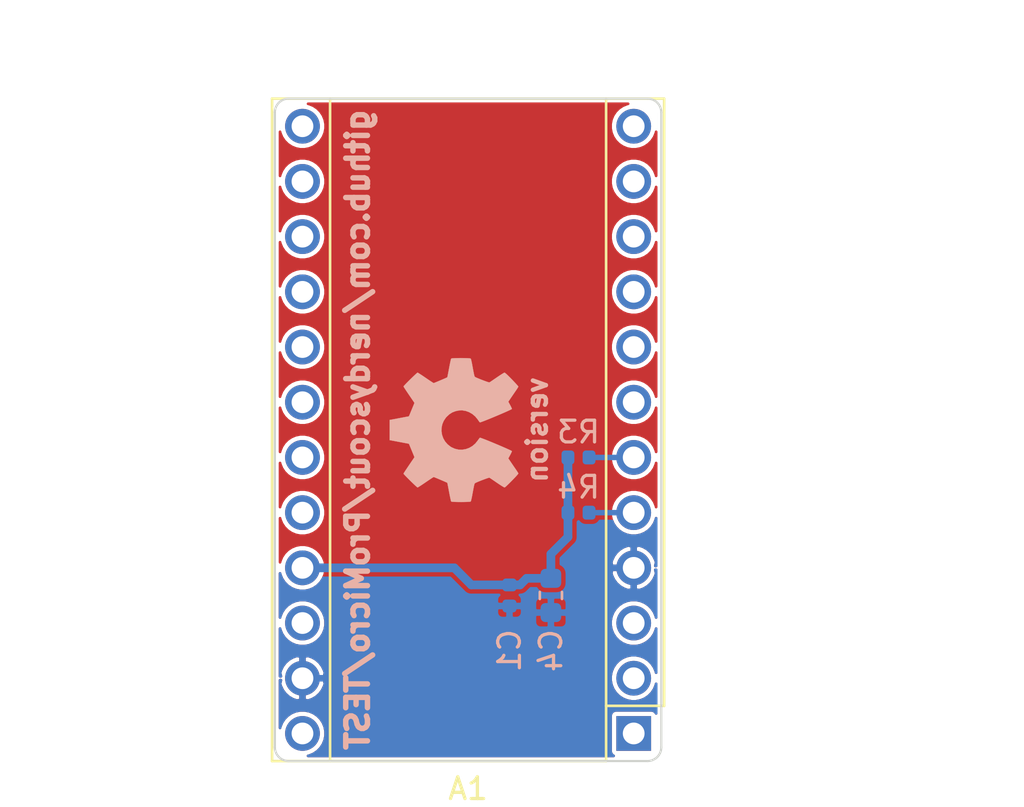
<source format=kicad_pcb>
(kicad_pcb (version 20171130) (host pcbnew 5.1.5)

  (general
    (thickness 0.8)
    (drawings 62)
    (tracks 12)
    (zones 0)
    (modules 6)
    (nets 5)
  )

  (page A4)
  (title_block
    (title ProMicro_TEST)
    (date 2020-07-12)
    (rev v1.0)
  )

  (layers
    (0 F.Cu mixed)
    (31 B.Cu mixed)
    (32 B.Adhes user)
    (33 F.Adhes user)
    (34 B.Paste user)
    (35 F.Paste user)
    (36 B.SilkS user)
    (37 F.SilkS user)
    (38 B.Mask user)
    (39 F.Mask user)
    (40 Dwgs.User user)
    (41 Cmts.User user)
    (42 Eco1.User user)
    (43 Eco2.User user)
    (44 Edge.Cuts user)
    (45 Margin user)
    (46 B.CrtYd user)
    (47 F.CrtYd user)
    (48 B.Fab user)
    (49 F.Fab user)
  )

  (setup
    (last_trace_width 0.25)
    (user_trace_width 0.1)
    (user_trace_width 0.2)
    (user_trace_width 0.25)
    (user_trace_width 0.4)
    (trace_clearance 0.2)
    (zone_clearance 0.125)
    (zone_45_only no)
    (trace_min 0.1)
    (via_size 0.5)
    (via_drill 0.2)
    (via_min_size 0.45)
    (via_min_drill 0.2)
    (user_via 0.45 0.2)
    (user_via 0.5 0.2)
    (user_via 0.6 0.3)
    (uvia_size 0.3)
    (uvia_drill 0.1)
    (uvias_allowed no)
    (uvia_min_size 0.2)
    (uvia_min_drill 0.1)
    (edge_width 0.05)
    (segment_width 0.2)
    (pcb_text_width 0.3)
    (pcb_text_size 1.5 1.5)
    (mod_edge_width 0.12)
    (mod_text_size 1 1)
    (mod_text_width 0.15)
    (pad_size 1.524 1.524)
    (pad_drill 0.762)
    (pad_to_mask_clearance 0)
    (aux_axis_origin 152.4 114.3)
    (grid_origin 152.4 114.3)
    (visible_elements FFFFFF7F)
    (pcbplotparams
      (layerselection 0x010fc_ffffffff)
      (usegerberextensions false)
      (usegerberattributes false)
      (usegerberadvancedattributes false)
      (creategerberjobfile false)
      (excludeedgelayer true)
      (linewidth 0.100000)
      (plotframeref false)
      (viasonmask false)
      (mode 1)
      (useauxorigin false)
      (hpglpennumber 1)
      (hpglpenspeed 20)
      (hpglpendiameter 15.000000)
      (psnegative false)
      (psa4output false)
      (plotreference true)
      (plotvalue true)
      (plotinvisibletext false)
      (padsonsilk false)
      (subtractmaskfromsilk false)
      (outputformat 1)
      (mirror false)
      (drillshape 1)
      (scaleselection 1)
      (outputdirectory ""))
  )

  (net 0 "")
  (net 1 GND)
  (net 2 +3V3)
  (net 3 SCL)
  (net 4 SDA)

  (net_class Default "This is the default net class."
    (clearance 0.2)
    (trace_width 0.25)
    (via_dia 0.5)
    (via_drill 0.2)
    (uvia_dia 0.3)
    (uvia_drill 0.1)
    (add_net SCL)
    (add_net SDA)
  )

  (net_class Power ""
    (clearance 0.2)
    (trace_width 0.4)
    (via_dia 0.6)
    (via_drill 0.3)
    (uvia_dia 0.3)
    (uvia_drill 0.1)
    (add_net +3V3)
    (add_net GND)
  )

  (net_class small ""
    (clearance 0.2)
    (trace_width 0.2)
    (via_dia 0.5)
    (via_drill 0.2)
    (uvia_dia 0.3)
    (uvia_drill 0.1)
  )

  (net_class tiny ""
    (clearance 0.1)
    (trace_width 0.1)
    (via_dia 0.45)
    (via_drill 0.2)
    (uvia_dia 0.3)
    (uvia_drill 0.1)
  )

  (module Module:Sparkfun_Pro_Micro (layer F.Cu) (tedit 5D5AC4F8) (tstamp 5F2FAF60)
    (at 152.4 114.3 180)
    (descr "Sparkfun Pro Micro, https://www.sparkfun.com/products/12587")
    (tags "Sparkfun Pro Micro")
    (path /5F266A14)
    (fp_text reference A1 (at 7.62 -2.54) (layer F.SilkS)
      (effects (font (size 1 1) (thickness 0.15)))
    )
    (fp_text value Sparkfun_Pro_Micro_3V3 (at 8.89 13.97 90) (layer F.Fab)
      (effects (font (size 1 1) (thickness 0.15)))
    )
    (fp_text user %R (at 6.096 13.97 90) (layer F.Fab)
      (effects (font (size 1 1) (thickness 0.15)))
    )
    (fp_line (start -1.4 1.27) (end -1.4 29.21) (layer F.SilkS) (width 0.12))
    (fp_line (start 13.97 -1.27) (end 13.97 29.21) (layer F.SilkS) (width 0.12))
    (fp_line (start 1.27 1.27) (end -1.4 1.27) (layer F.SilkS) (width 0.12))
    (fp_line (start 1.27 -1.27) (end 1.27 29.21) (layer F.SilkS) (width 0.12))
    (fp_line (start -1.4 29.21) (end 16.64 29.21) (layer F.SilkS) (width 0.12))
    (fp_line (start 16.64 29.21) (end 16.64 -1.27) (layer F.SilkS) (width 0.12))
    (fp_line (start 16.64 -1.27) (end 1.27 -1.27) (layer F.SilkS) (width 0.12))
    (fp_line (start 16.5 29.05) (end -1.27 29.05) (layer F.Fab) (width 0.1))
    (fp_line (start -1.27 29.05) (end -1.27 -0.6) (layer F.Fab) (width 0.1))
    (fp_line (start -0.8 -1.1) (end -1.27 -0.6) (layer F.Fab) (width 0.1))
    (fp_line (start -0.8 -1.1) (end 16.5 -1.1) (layer F.Fab) (width 0.1))
    (fp_line (start 16.5 -1.1) (end 16.5 29.05) (layer F.Fab) (width 0.1))
    (fp_line (start -1.5 -1.5) (end 16.8 -1.5) (layer F.CrtYd) (width 0.05))
    (fp_line (start -1.5 -1.5) (end -1.5 29.3) (layer F.CrtYd) (width 0.05))
    (fp_line (start 16.8 29.3) (end 16.8 -1.5) (layer F.CrtYd) (width 0.05))
    (fp_line (start 16.8 29.3) (end -1.5 29.3) (layer F.CrtYd) (width 0.05))
    (pad 24 thru_hole oval (at 15.24 0 180) (size 1.6 1.6) (drill 1) (layers *.Cu *.Mask))
    (pad 23 thru_hole oval (at 15.24 2.54 180) (size 1.6 1.6) (drill 1) (layers *.Cu *.Mask)
      (net 1 GND))
    (pad 22 thru_hole oval (at 15.24 5.08 180) (size 1.6 1.6) (drill 1) (layers *.Cu *.Mask))
    (pad 12 thru_hole oval (at 0 27.94 180) (size 1.6 1.6) (drill 1) (layers *.Cu *.Mask))
    (pad 21 thru_hole oval (at 15.24 7.62 180) (size 1.6 1.6) (drill 1) (layers *.Cu *.Mask)
      (net 2 +3V3))
    (pad 11 thru_hole oval (at 0 25.4 180) (size 1.6 1.6) (drill 1) (layers *.Cu *.Mask))
    (pad 20 thru_hole oval (at 15.24 10.16 180) (size 1.6 1.6) (drill 1) (layers *.Cu *.Mask))
    (pad 10 thru_hole oval (at 0 22.86 180) (size 1.6 1.6) (drill 1) (layers *.Cu *.Mask))
    (pad 19 thru_hole oval (at 15.24 12.7 180) (size 1.6 1.6) (drill 1) (layers *.Cu *.Mask))
    (pad 9 thru_hole oval (at 0 20.32 180) (size 1.6 1.6) (drill 1) (layers *.Cu *.Mask))
    (pad 18 thru_hole oval (at 15.24 15.24 180) (size 1.6 1.6) (drill 1) (layers *.Cu *.Mask))
    (pad 8 thru_hole oval (at 0 17.78 180) (size 1.6 1.6) (drill 1) (layers *.Cu *.Mask))
    (pad 17 thru_hole oval (at 15.24 17.78 180) (size 1.6 1.6) (drill 1) (layers *.Cu *.Mask))
    (pad 7 thru_hole oval (at 0 15.24 180) (size 1.6 1.6) (drill 1) (layers *.Cu *.Mask))
    (pad 16 thru_hole oval (at 15.24 20.32 180) (size 1.6 1.6) (drill 1) (layers *.Cu *.Mask))
    (pad 6 thru_hole oval (at 0 12.7 180) (size 1.6 1.6) (drill 1) (layers *.Cu *.Mask)
      (net 3 SCL))
    (pad 15 thru_hole oval (at 15.24 22.86 180) (size 1.6 1.6) (drill 1) (layers *.Cu *.Mask))
    (pad 5 thru_hole oval (at 0 10.16 180) (size 1.6 1.6) (drill 1) (layers *.Cu *.Mask)
      (net 4 SDA))
    (pad 14 thru_hole oval (at 15.24 25.4 180) (size 1.6 1.6) (drill 1) (layers *.Cu *.Mask))
    (pad 4 thru_hole oval (at 0 7.62 180) (size 1.6 1.6) (drill 1) (layers *.Cu *.Mask)
      (net 1 GND))
    (pad 13 thru_hole oval (at 15.24 27.94 180) (size 1.6 1.6) (drill 1) (layers *.Cu *.Mask))
    (pad 3 thru_hole oval (at 0 5.08 180) (size 1.6 1.6) (drill 1) (layers *.Cu *.Mask))
    (pad 2 thru_hole oval (at 0 2.54 180) (size 1.6 1.6) (drill 1) (layers *.Cu *.Mask))
    (pad 1 thru_hole rect (at 0 0 180) (size 1.6 1.6) (drill 1) (layers *.Cu *.Mask))
    (model ${KISYS3DMOD}/Module.3dshapes/Sparkfun_Pro_Micro.wrl
      (at (xyz 0 0 0))
      (scale (xyz 1 1 1))
      (rotate (xyz 0 0 0))
    )
  )

  (module Symbol:OSHW-Symbol_6.7x6mm_SilkScreen (layer B.Cu) (tedit 0) (tstamp 5E6C9073)
    (at 144.145 100.33 270)
    (descr "Open Source Hardware Symbol")
    (tags "Logo Symbol OSHW")
    (path /5E25FD05)
    (attr virtual)
    (fp_text reference LOGO1 (at 0 0 90) (layer B.SilkS) hide
      (effects (font (size 1 1) (thickness 0.15)) (justify mirror))
    )
    (fp_text value Logo_Open_Hardware_Small (at 0.75 0 90) (layer B.Fab) hide
      (effects (font (size 1 1) (thickness 0.15)) (justify mirror))
    )
    (fp_poly (pts (xy 0.555814 2.531069) (xy 0.639635 2.086445) (xy 0.94892 1.958947) (xy 1.258206 1.831449)
      (xy 1.629246 2.083754) (xy 1.733157 2.154004) (xy 1.827087 2.216728) (xy 1.906652 2.269062)
      (xy 1.96747 2.308143) (xy 2.005157 2.331107) (xy 2.015421 2.336058) (xy 2.03391 2.323324)
      (xy 2.07342 2.288118) (xy 2.129522 2.234938) (xy 2.197787 2.168282) (xy 2.273786 2.092646)
      (xy 2.353092 2.012528) (xy 2.431275 1.932426) (xy 2.503907 1.856836) (xy 2.566559 1.790255)
      (xy 2.614803 1.737182) (xy 2.64421 1.702113) (xy 2.651241 1.690377) (xy 2.641123 1.66874)
      (xy 2.612759 1.621338) (xy 2.569129 1.552807) (xy 2.513218 1.467785) (xy 2.448006 1.370907)
      (xy 2.410219 1.31565) (xy 2.341343 1.214752) (xy 2.28014 1.123701) (xy 2.229578 1.04703)
      (xy 2.192628 0.989272) (xy 2.172258 0.954957) (xy 2.169197 0.947746) (xy 2.176136 0.927252)
      (xy 2.195051 0.879487) (xy 2.223087 0.811168) (xy 2.257391 0.729011) (xy 2.295109 0.63973)
      (xy 2.333387 0.550042) (xy 2.36937 0.466662) (xy 2.400206 0.396306) (xy 2.423039 0.34569)
      (xy 2.435017 0.321529) (xy 2.435724 0.320578) (xy 2.454531 0.315964) (xy 2.504618 0.305672)
      (xy 2.580793 0.290713) (xy 2.677865 0.272099) (xy 2.790643 0.250841) (xy 2.856442 0.238582)
      (xy 2.97695 0.215638) (xy 3.085797 0.193805) (xy 3.177476 0.174278) (xy 3.246481 0.158252)
      (xy 3.287304 0.146921) (xy 3.295511 0.143326) (xy 3.303548 0.118994) (xy 3.310033 0.064041)
      (xy 3.31497 -0.015108) (xy 3.318364 -0.112026) (xy 3.320218 -0.220287) (xy 3.320538 -0.333465)
      (xy 3.319327 -0.445135) (xy 3.31659 -0.548868) (xy 3.312331 -0.638241) (xy 3.306555 -0.706826)
      (xy 3.299267 -0.748197) (xy 3.294895 -0.75681) (xy 3.268764 -0.767133) (xy 3.213393 -0.781892)
      (xy 3.136107 -0.799352) (xy 3.04423 -0.81778) (xy 3.012158 -0.823741) (xy 2.857524 -0.852066)
      (xy 2.735375 -0.874876) (xy 2.641673 -0.89308) (xy 2.572384 -0.907583) (xy 2.523471 -0.919292)
      (xy 2.490897 -0.929115) (xy 2.470628 -0.937956) (xy 2.458626 -0.946724) (xy 2.456947 -0.948457)
      (xy 2.440184 -0.976371) (xy 2.414614 -1.030695) (xy 2.382788 -1.104777) (xy 2.34726 -1.191965)
      (xy 2.310583 -1.285608) (xy 2.275311 -1.379052) (xy 2.243996 -1.465647) (xy 2.219193 -1.53874)
      (xy 2.203454 -1.591678) (xy 2.199332 -1.617811) (xy 2.199676 -1.618726) (xy 2.213641 -1.640086)
      (xy 2.245322 -1.687084) (xy 2.291391 -1.754827) (xy 2.348518 -1.838423) (xy 2.413373 -1.932982)
      (xy 2.431843 -1.959854) (xy 2.497699 -2.057275) (xy 2.55565 -2.146163) (xy 2.602538 -2.221412)
      (xy 2.635207 -2.27792) (xy 2.6505 -2.310581) (xy 2.651241 -2.314593) (xy 2.638392 -2.335684)
      (xy 2.602888 -2.377464) (xy 2.549293 -2.435445) (xy 2.482171 -2.505135) (xy 2.406087 -2.582045)
      (xy 2.325604 -2.661683) (xy 2.245287 -2.739561) (xy 2.169699 -2.811186) (xy 2.103405 -2.87207)
      (xy 2.050969 -2.917721) (xy 2.016955 -2.94365) (xy 2.007545 -2.947883) (xy 1.985643 -2.937912)
      (xy 1.9408 -2.91102) (xy 1.880321 -2.871736) (xy 1.833789 -2.840117) (xy 1.749475 -2.782098)
      (xy 1.649626 -2.713784) (xy 1.549473 -2.645579) (xy 1.495627 -2.609075) (xy 1.313371 -2.4858)
      (xy 1.160381 -2.56852) (xy 1.090682 -2.604759) (xy 1.031414 -2.632926) (xy 0.991311 -2.648991)
      (xy 0.981103 -2.651226) (xy 0.968829 -2.634722) (xy 0.944613 -2.588082) (xy 0.910263 -2.515609)
      (xy 0.867588 -2.421606) (xy 0.818394 -2.310374) (xy 0.76449 -2.186215) (xy 0.707684 -2.053432)
      (xy 0.649782 -1.916327) (xy 0.592593 -1.779202) (xy 0.537924 -1.646358) (xy 0.487584 -1.522098)
      (xy 0.44338 -1.410725) (xy 0.407119 -1.316539) (xy 0.380609 -1.243844) (xy 0.365658 -1.196941)
      (xy 0.363254 -1.180833) (xy 0.382311 -1.160286) (xy 0.424036 -1.126933) (xy 0.479706 -1.087702)
      (xy 0.484378 -1.084599) (xy 0.628264 -0.969423) (xy 0.744283 -0.835053) (xy 0.83143 -0.685784)
      (xy 0.888699 -0.525913) (xy 0.915086 -0.359737) (xy 0.909585 -0.191552) (xy 0.87119 -0.025655)
      (xy 0.798895 0.133658) (xy 0.777626 0.168513) (xy 0.666996 0.309263) (xy 0.536302 0.422286)
      (xy 0.390064 0.506997) (xy 0.232808 0.562806) (xy 0.069057 0.589126) (xy -0.096667 0.58537)
      (xy -0.259838 0.55095) (xy -0.415935 0.485277) (xy -0.560433 0.387765) (xy -0.605131 0.348187)
      (xy -0.718888 0.224297) (xy -0.801782 0.093876) (xy -0.858644 -0.052315) (xy -0.890313 -0.197088)
      (xy -0.898131 -0.35986) (xy -0.872062 -0.52344) (xy -0.814755 -0.682298) (xy -0.728856 -0.830906)
      (xy -0.617014 -0.963735) (xy -0.481877 -1.075256) (xy -0.464117 -1.087011) (xy -0.40785 -1.125508)
      (xy -0.365077 -1.158863) (xy -0.344628 -1.18016) (xy -0.344331 -1.180833) (xy -0.348721 -1.203871)
      (xy -0.366124 -1.256157) (xy -0.394732 -1.33339) (xy -0.432735 -1.431268) (xy -0.478326 -1.545491)
      (xy -0.529697 -1.671758) (xy -0.585038 -1.805767) (xy -0.642542 -1.943218) (xy -0.700399 -2.079808)
      (xy -0.756802 -2.211237) (xy -0.809942 -2.333205) (xy -0.85801 -2.441409) (xy -0.899199 -2.531549)
      (xy -0.931699 -2.599323) (xy -0.953703 -2.64043) (xy -0.962564 -2.651226) (xy -0.98964 -2.642819)
      (xy -1.040303 -2.620272) (xy -1.105817 -2.587613) (xy -1.141841 -2.56852) (xy -1.294832 -2.4858)
      (xy -1.477088 -2.609075) (xy -1.570125 -2.672228) (xy -1.671985 -2.741727) (xy -1.767438 -2.807165)
      (xy -1.81525 -2.840117) (xy -1.882495 -2.885273) (xy -1.939436 -2.921057) (xy -1.978646 -2.942938)
      (xy -1.991381 -2.947563) (xy -2.009917 -2.935085) (xy -2.050941 -2.900252) (xy -2.110475 -2.846678)
      (xy -2.184542 -2.777983) (xy -2.269165 -2.697781) (xy -2.322685 -2.646286) (xy -2.416319 -2.554286)
      (xy -2.497241 -2.471999) (xy -2.562177 -2.402945) (xy -2.607858 -2.350644) (xy -2.631011 -2.318616)
      (xy -2.633232 -2.312116) (xy -2.622924 -2.287394) (xy -2.594439 -2.237405) (xy -2.550937 -2.167212)
      (xy -2.495577 -2.081875) (xy -2.43152 -1.986456) (xy -2.413303 -1.959854) (xy -2.346927 -1.863167)
      (xy -2.287378 -1.776117) (xy -2.237984 -1.703595) (xy -2.202075 -1.650493) (xy -2.182981 -1.621703)
      (xy -2.181136 -1.618726) (xy -2.183895 -1.595782) (xy -2.198538 -1.545336) (xy -2.222513 -1.474041)
      (xy -2.253266 -1.388547) (xy -2.288244 -1.295507) (xy -2.324893 -1.201574) (xy -2.360661 -1.113399)
      (xy -2.392994 -1.037634) (xy -2.419338 -0.980931) (xy -2.437142 -0.949943) (xy -2.438407 -0.948457)
      (xy -2.449294 -0.939601) (xy -2.467682 -0.930843) (xy -2.497606 -0.921277) (xy -2.543103 -0.909996)
      (xy -2.608209 -0.896093) (xy -2.696961 -0.878663) (xy -2.813393 -0.856798) (xy -2.961542 -0.829591)
      (xy -2.993618 -0.823741) (xy -3.088686 -0.805374) (xy -3.171565 -0.787405) (xy -3.23493 -0.771569)
      (xy -3.271458 -0.7596) (xy -3.276356 -0.75681) (xy -3.284427 -0.732072) (xy -3.290987 -0.67679)
      (xy -3.296033 -0.597389) (xy -3.299559 -0.500296) (xy -3.301561 -0.391938) (xy -3.302036 -0.27874)
      (xy -3.300977 -0.167128) (xy -3.298382 -0.063529) (xy -3.294246 0.025632) (xy -3.288563 0.093928)
      (xy -3.281331 0.134934) (xy -3.276971 0.143326) (xy -3.252698 0.151792) (xy -3.197426 0.165565)
      (xy -3.116662 0.18345) (xy -3.015912 0.204252) (xy -2.900683 0.226777) (xy -2.837902 0.238582)
      (xy -2.718787 0.260849) (xy -2.612565 0.281021) (xy -2.524427 0.298085) (xy -2.459566 0.311031)
      (xy -2.423174 0.318845) (xy -2.417184 0.320578) (xy -2.407061 0.34011) (xy -2.385662 0.387157)
      (xy -2.355839 0.454997) (xy -2.320445 0.536909) (xy -2.282332 0.626172) (xy -2.244353 0.716065)
      (xy -2.20936 0.799865) (xy -2.180206 0.870853) (xy -2.159743 0.922306) (xy -2.150823 0.947503)
      (xy -2.150657 0.948604) (xy -2.160769 0.968481) (xy -2.189117 1.014223) (xy -2.232723 1.081283)
      (xy -2.288606 1.165116) (xy -2.353787 1.261174) (xy -2.391679 1.31635) (xy -2.460725 1.417519)
      (xy -2.52205 1.50937) (xy -2.572663 1.587256) (xy -2.609571 1.646531) (xy -2.629782 1.682549)
      (xy -2.632701 1.690623) (xy -2.620153 1.709416) (xy -2.585463 1.749543) (xy -2.533063 1.806507)
      (xy -2.467384 1.875815) (xy -2.392856 1.952969) (xy -2.313913 2.033475) (xy -2.234983 2.112837)
      (xy -2.1605 2.18656) (xy -2.094894 2.250148) (xy -2.042596 2.299106) (xy -2.008039 2.328939)
      (xy -1.996478 2.336058) (xy -1.977654 2.326047) (xy -1.932631 2.297922) (xy -1.865787 2.254546)
      (xy -1.781499 2.198782) (xy -1.684144 2.133494) (xy -1.610707 2.083754) (xy -1.239667 1.831449)
      (xy -0.621095 2.086445) (xy -0.537275 2.531069) (xy -0.453454 2.975693) (xy 0.471994 2.975693)
      (xy 0.555814 2.531069)) (layer B.SilkS) (width 0.01))
  )

  (module Resistor_SMD:R_0402_1005Metric (layer B.Cu) (tedit 5B301BBD) (tstamp 5E6C9237)
    (at 149.86 104.14 180)
    (descr "Resistor SMD 0402 (1005 Metric), square (rectangular) end terminal, IPC_7351 nominal, (Body size source: http://www.tortai-tech.com/upload/download/2011102023233369053.pdf), generated with kicad-footprint-generator")
    (tags resistor)
    (path /5E1CCA3B)
    (attr smd)
    (fp_text reference R4 (at 0 1.17) (layer B.SilkS)
      (effects (font (size 1 1) (thickness 0.15)) (justify mirror))
    )
    (fp_text value 4k7 (at 0 -1.17) (layer B.Fab) hide
      (effects (font (size 1 1) (thickness 0.15)) (justify mirror))
    )
    (fp_text user %R (at 0 0) (layer B.Fab)
      (effects (font (size 0.25 0.25) (thickness 0.04)) (justify mirror))
    )
    (fp_line (start 0.93 -0.47) (end -0.93 -0.47) (layer B.CrtYd) (width 0.05))
    (fp_line (start 0.93 0.47) (end 0.93 -0.47) (layer B.CrtYd) (width 0.05))
    (fp_line (start -0.93 0.47) (end 0.93 0.47) (layer B.CrtYd) (width 0.05))
    (fp_line (start -0.93 -0.47) (end -0.93 0.47) (layer B.CrtYd) (width 0.05))
    (fp_line (start 0.5 -0.25) (end -0.5 -0.25) (layer B.Fab) (width 0.1))
    (fp_line (start 0.5 0.25) (end 0.5 -0.25) (layer B.Fab) (width 0.1))
    (fp_line (start -0.5 0.25) (end 0.5 0.25) (layer B.Fab) (width 0.1))
    (fp_line (start -0.5 -0.25) (end -0.5 0.25) (layer B.Fab) (width 0.1))
    (pad 2 smd roundrect (at 0.485 0 180) (size 0.59 0.64) (layers B.Cu B.Paste B.Mask) (roundrect_rratio 0.25)
      (net 2 +3V3))
    (pad 1 smd roundrect (at -0.485 0 180) (size 0.59 0.64) (layers B.Cu B.Paste B.Mask) (roundrect_rratio 0.25)
      (net 4 SDA))
    (model ${KISYS3DMOD}/Resistor_SMD.3dshapes/R_0402_1005Metric.wrl
      (at (xyz 0 0 0))
      (scale (xyz 1 1 1))
      (rotate (xyz 0 0 0))
    )
  )

  (module Resistor_SMD:R_0402_1005Metric (layer B.Cu) (tedit 5B301BBD) (tstamp 5E6C9261)
    (at 149.86 101.6 180)
    (descr "Resistor SMD 0402 (1005 Metric), square (rectangular) end terminal, IPC_7351 nominal, (Body size source: http://www.tortai-tech.com/upload/download/2011102023233369053.pdf), generated with kicad-footprint-generator")
    (tags resistor)
    (path /5E1CDFEB)
    (attr smd)
    (fp_text reference R3 (at 0 1.17) (layer B.SilkS)
      (effects (font (size 1 1) (thickness 0.15)) (justify mirror))
    )
    (fp_text value 4k7 (at 0 -1.17) (layer B.Fab) hide
      (effects (font (size 1 1) (thickness 0.15)) (justify mirror))
    )
    (fp_text user %R (at 0 0) (layer B.Fab)
      (effects (font (size 0.25 0.25) (thickness 0.04)) (justify mirror))
    )
    (fp_line (start 0.93 -0.47) (end -0.93 -0.47) (layer B.CrtYd) (width 0.05))
    (fp_line (start 0.93 0.47) (end 0.93 -0.47) (layer B.CrtYd) (width 0.05))
    (fp_line (start -0.93 0.47) (end 0.93 0.47) (layer B.CrtYd) (width 0.05))
    (fp_line (start -0.93 -0.47) (end -0.93 0.47) (layer B.CrtYd) (width 0.05))
    (fp_line (start 0.5 -0.25) (end -0.5 -0.25) (layer B.Fab) (width 0.1))
    (fp_line (start 0.5 0.25) (end 0.5 -0.25) (layer B.Fab) (width 0.1))
    (fp_line (start -0.5 0.25) (end 0.5 0.25) (layer B.Fab) (width 0.1))
    (fp_line (start -0.5 -0.25) (end -0.5 0.25) (layer B.Fab) (width 0.1))
    (pad 2 smd roundrect (at 0.485 0 180) (size 0.59 0.64) (layers B.Cu B.Paste B.Mask) (roundrect_rratio 0.25)
      (net 2 +3V3))
    (pad 1 smd roundrect (at -0.485 0 180) (size 0.59 0.64) (layers B.Cu B.Paste B.Mask) (roundrect_rratio 0.25)
      (net 3 SCL))
    (model ${KISYS3DMOD}/Resistor_SMD.3dshapes/R_0402_1005Metric.wrl
      (at (xyz 0 0 0))
      (scale (xyz 1 1 1))
      (rotate (xyz 0 0 0))
    )
  )

  (module Capacitor_SMD:C_0603_1608Metric (layer B.Cu) (tedit 5B301BBE) (tstamp 5E6C91D9)
    (at 148.59 107.95 270)
    (descr "Capacitor SMD 0603 (1608 Metric), square (rectangular) end terminal, IPC_7351 nominal, (Body size source: http://www.tortai-tech.com/upload/download/2011102023233369053.pdf), generated with kicad-footprint-generator")
    (tags capacitor)
    (path /5E1C212C)
    (attr smd)
    (fp_text reference C4 (at 2.54 0 270) (layer B.SilkS)
      (effects (font (size 1 1) (thickness 0.15)) (justify mirror))
    )
    (fp_text value 10µ (at 0 0 270) (layer B.Fab) hide
      (effects (font (size 1 1) (thickness 0.15)) (justify mirror))
    )
    (fp_text user %R (at 0 0 270) (layer B.Fab)
      (effects (font (size 0.4 0.4) (thickness 0.06)) (justify mirror))
    )
    (fp_line (start 1.48 -0.73) (end -1.48 -0.73) (layer B.CrtYd) (width 0.05))
    (fp_line (start 1.48 0.73) (end 1.48 -0.73) (layer B.CrtYd) (width 0.05))
    (fp_line (start -1.48 0.73) (end 1.48 0.73) (layer B.CrtYd) (width 0.05))
    (fp_line (start -1.48 -0.73) (end -1.48 0.73) (layer B.CrtYd) (width 0.05))
    (fp_line (start -0.162779 -0.51) (end 0.162779 -0.51) (layer B.SilkS) (width 0.12))
    (fp_line (start -0.162779 0.51) (end 0.162779 0.51) (layer B.SilkS) (width 0.12))
    (fp_line (start 0.8 -0.4) (end -0.8 -0.4) (layer B.Fab) (width 0.1))
    (fp_line (start 0.8 0.4) (end 0.8 -0.4) (layer B.Fab) (width 0.1))
    (fp_line (start -0.8 0.4) (end 0.8 0.4) (layer B.Fab) (width 0.1))
    (fp_line (start -0.8 -0.4) (end -0.8 0.4) (layer B.Fab) (width 0.1))
    (pad 2 smd roundrect (at 0.7875 0 270) (size 0.875 0.95) (layers B.Cu B.Paste B.Mask) (roundrect_rratio 0.25)
      (net 1 GND))
    (pad 1 smd roundrect (at -0.7875 0 270) (size 0.875 0.95) (layers B.Cu B.Paste B.Mask) (roundrect_rratio 0.25)
      (net 2 +3V3))
    (model ${KISYS3DMOD}/Capacitor_SMD.3dshapes/C_0603_1608Metric.wrl
      (at (xyz 0 0 0))
      (scale (xyz 1 1 1))
      (rotate (xyz 0 0 0))
    )
  )

  (module Capacitor_SMD:C_0402_1005Metric (layer B.Cu) (tedit 5B301BBE) (tstamp 5E6C9207)
    (at 146.685 107.95 270)
    (descr "Capacitor SMD 0402 (1005 Metric), square (rectangular) end terminal, IPC_7351 nominal, (Body size source: http://www.tortai-tech.com/upload/download/2011102023233369053.pdf), generated with kicad-footprint-generator")
    (tags capacitor)
    (path /5E12F3AD)
    (attr smd)
    (fp_text reference C1 (at 2.54 0 270) (layer B.SilkS)
      (effects (font (size 1 1) (thickness 0.15)) (justify mirror))
    )
    (fp_text value 100n (at 0 0 270) (layer B.Fab) hide
      (effects (font (size 1 1) (thickness 0.15)) (justify mirror))
    )
    (fp_text user %R (at 0 0 270) (layer B.Fab)
      (effects (font (size 0.25 0.25) (thickness 0.04)) (justify mirror))
    )
    (fp_line (start 0.93 -0.47) (end -0.93 -0.47) (layer B.CrtYd) (width 0.05))
    (fp_line (start 0.93 0.47) (end 0.93 -0.47) (layer B.CrtYd) (width 0.05))
    (fp_line (start -0.93 0.47) (end 0.93 0.47) (layer B.CrtYd) (width 0.05))
    (fp_line (start -0.93 -0.47) (end -0.93 0.47) (layer B.CrtYd) (width 0.05))
    (fp_line (start 0.5 -0.25) (end -0.5 -0.25) (layer B.Fab) (width 0.1))
    (fp_line (start 0.5 0.25) (end 0.5 -0.25) (layer B.Fab) (width 0.1))
    (fp_line (start -0.5 0.25) (end 0.5 0.25) (layer B.Fab) (width 0.1))
    (fp_line (start -0.5 -0.25) (end -0.5 0.25) (layer B.Fab) (width 0.1))
    (pad 2 smd roundrect (at 0.485 0 270) (size 0.59 0.64) (layers B.Cu B.Paste B.Mask) (roundrect_rratio 0.25)
      (net 1 GND))
    (pad 1 smd roundrect (at -0.485 0 270) (size 0.59 0.64) (layers B.Cu B.Paste B.Mask) (roundrect_rratio 0.25)
      (net 2 +3V3))
    (model ${KISYS3DMOD}/Capacitor_SMD.3dshapes/C_0402_1005Metric.wrl
      (at (xyz 0 0 0))
      (scale (xyz 1 1 1))
      (rotate (xyz 0 0 0))
    )
  )

  (gr_line (start 153.67 85.725) (end 153.67 114.935) (layer Edge.Cuts) (width 0.1) (tstamp 5E767C3F))
  (gr_line (start 135.89 114.935) (end 135.89 85.725) (layer Edge.Cuts) (width 0.1) (tstamp 5E767C1A))
  (gr_line (start 128.397 85.09) (end 128.397 90.17) (layer Cmts.User) (width 0.15) (tstamp 5E6C909E))
  (gr_line (start 123.317 85.09) (end 128.397 85.09) (layer Cmts.User) (width 0.15) (tstamp 5E6C905C))
  (gr_line (start 123.317 90.17) (end 123.317 85.09) (layer Cmts.User) (width 0.15) (tstamp 5E6C9143))
  (gr_line (start 128.397 90.17) (end 123.317 90.17) (layer Cmts.User) (width 0.15) (tstamp 5E6C9224))
  (gr_line (start 123.317 95.25) (end 128.397 95.25) (layer Cmts.User) (width 0.15) (tstamp 5E6C9281))
  (gr_line (start 123.317 100.33) (end 123.317 95.25) (layer Cmts.User) (width 0.15) (tstamp 5E6C927E))
  (gr_line (start 128.397 100.33) (end 123.317 100.33) (layer Cmts.User) (width 0.15) (tstamp 5E6C9227))
  (gr_line (start 128.397 95.25) (end 128.397 100.33) (layer Cmts.User) (width 0.15) (tstamp 5E6C90EC))
  (gr_line (start 170.307 115.57) (end 170.307 105.41) (layer Cmts.User) (width 0.15) (tstamp 5E6C90E9))
  (gr_line (start 165.227 115.57) (end 170.307 115.57) (layer Cmts.User) (width 0.15) (tstamp 5E6C90E6))
  (gr_line (start 165.227 105.41) (end 165.227 115.57) (layer Cmts.User) (width 0.15) (tstamp 5E6C90E3))
  (gr_line (start 170.307 95.25) (end 165.227 95.25) (layer Cmts.User) (width 0.15) (tstamp 5E6C90E0))
  (gr_line (start 170.307 105.41) (end 170.307 95.25) (layer Cmts.User) (width 0.15) (tstamp 5E6C90DA))
  (gr_line (start 165.227 105.41) (end 170.307 105.41) (layer Cmts.User) (width 0.15) (tstamp 5E6C90D7))
  (gr_line (start 165.227 95.25) (end 165.227 105.41) (layer Cmts.User) (width 0.15) (tstamp 5E6C90D4))
  (gr_text TCK (at 167.767 96.52) (layer Cmts.User) (tstamp 5E6C90D1)
    (effects (font (size 1 1) (thickness 0.15)))
  )
  (gr_text TDO (at 167.767 101.6) (layer Cmts.User) (tstamp 5E6C90CE)
    (effects (font (size 1 1) (thickness 0.15)))
  )
  (gr_text TMS (at 167.767 99.06) (layer Cmts.User) (tstamp 5E6C90CB)
    (effects (font (size 1 1) (thickness 0.15)))
  )
  (gr_text TDI (at 167.767 104.14) (layer Cmts.User) (tstamp 5E6C90C8)
    (effects (font (size 1 1) (thickness 0.15)))
  )
  (gr_text CS0 (at 167.767 114.3) (layer Cmts.User) (tstamp 5E6C90C5)
    (effects (font (size 1 1) (thickness 0.15)))
  )
  (gr_text MISO (at 167.767 109.22) (layer Cmts.User) (tstamp 5E6C90C2)
    (effects (font (size 1 1) (thickness 0.15)))
  )
  (gr_text MOSI (at 167.767 111.76) (layer Cmts.User) (tstamp 5E6C90BF)
    (effects (font (size 1 1) (thickness 0.15)))
  )
  (gr_text SCK (at 167.767 106.68) (layer Cmts.User) (tstamp 5E6C90DD)
    (effects (font (size 1 1) (thickness 0.15)))
  )
  (gr_text A1 (at 162.687 101.6) (layer Cmts.User) (tstamp 5E6C9113)
    (effects (font (size 1 1) (thickness 0.15)))
  )
  (gr_text 3V3 (at 162.687 93.98) (layer Cmts.User) (tstamp 5E6C9110)
    (effects (font (size 1 1) (thickness 0.15)))
  )
  (gr_text GND (at 162.687 88.9) (layer Cmts.User) (tstamp 5E6C910D)
    (effects (font (size 1 1) (thickness 0.15)))
  )
  (gr_text ~Reset (at 162.687 91.44) (layer Cmts.User) (tstamp 5E6C910A)
    (effects (font (size 1 1) (thickness 0.15)))
  )
  (gr_text D10 (at 162.687 114.3) (layer Cmts.User) (tstamp 5E6C9107)
    (effects (font (size 1 1) (thickness 0.15)))
  )
  (gr_text A2 (at 162.687 99.06) (layer Cmts.User) (tstamp 5E6C9104)
    (effects (font (size 1 1) (thickness 0.15)))
  )
  (gr_text VCC (at 162.687 86.36) (layer Cmts.User) (tstamp 5E6C9101)
    (effects (font (size 1 1) (thickness 0.15)))
  )
  (gr_text D14 (at 162.687 109.22) (layer Cmts.User) (tstamp 5E6C90FE)
    (effects (font (size 1 1) (thickness 0.15)))
  )
  (gr_text D16 (at 162.687 111.76) (layer Cmts.User) (tstamp 5E6C90FB)
    (effects (font (size 1 1) (thickness 0.15)))
  )
  (gr_text D15 (at 162.687 106.68) (layer Cmts.User) (tstamp 5E6C90F8)
    (effects (font (size 1 1) (thickness 0.15)))
  )
  (gr_text A3 (at 162.687 96.52) (layer Cmts.User) (tstamp 5E6C90F5)
    (effects (font (size 1 1) (thickness 0.15)))
  )
  (gr_text A0 (at 162.687 104.14) (layer Cmts.User) (tstamp 5E6C90F2)
    (effects (font (size 1 1) (thickness 0.15)))
  )
  (gr_text D9 (at 130.937 114.3) (layer Cmts.User) (tstamp 5E6C90EF)
    (effects (font (size 1 1) (thickness 0.15)))
  )
  (gr_text D8 (at 130.937 111.76) (layer Cmts.User) (tstamp 5E6C913A)
    (effects (font (size 1 1) (thickness 0.15)))
  )
  (gr_text D6 (at 130.937 106.68) (layer Cmts.User) (tstamp 5E6C9137)
    (effects (font (size 1 1) (thickness 0.15)))
  )
  (gr_text D7 (at 130.937 109.22) (layer Cmts.User) (tstamp 5E6C9134)
    (effects (font (size 1 1) (thickness 0.15)))
  )
  (gr_text D5 (at 130.937 104.14) (layer Cmts.User) (tstamp 5E6C9131)
    (effects (font (size 1 1) (thickness 0.15)))
  )
  (gr_text D4 (at 130.937 101.6) (layer Cmts.User) (tstamp 5E6C912E)
    (effects (font (size 1 1) (thickness 0.15)))
  )
  (gr_text SCL (at 125.857 99.06) (layer Cmts.User) (tstamp 5E6C912B)
    (effects (font (size 1 1) (thickness 0.15)))
  )
  (gr_text SDA (at 125.857 96.52) (layer Cmts.User) (tstamp 5E6C9128)
    (effects (font (size 1 1) (thickness 0.15)))
  )
  (gr_text D3 (at 130.937 99.06) (layer Cmts.User) (tstamp 5E6C9125)
    (effects (font (size 1 1) (thickness 0.15)))
  )
  (gr_text D2 (at 130.937 96.52) (layer Cmts.User) (tstamp 5E6C9122)
    (effects (font (size 1 1) (thickness 0.15)))
  )
  (gr_text GND (at 130.81 93.98) (layer Cmts.User) (tstamp 5E6C911F)
    (effects (font (size 1 1) (thickness 0.15)))
  )
  (gr_text RXD (at 125.857 88.9) (layer Cmts.User) (tstamp 5E6C911C)
    (effects (font (size 1 1) (thickness 0.15)))
  )
  (gr_text TXD (at 125.857 86.36) (layer Cmts.User) (tstamp 5E6C9119)
    (effects (font (size 1 1) (thickness 0.15)))
  )
  (gr_text D1 (at 130.937 86.36) (layer Cmts.User) (tstamp 5E6C9116)
    (effects (font (size 1 1) (thickness 0.15)))
  )
  (gr_text D0 (at 130.937 88.9) (layer Cmts.User) (tstamp 5E6C90BC)
    (effects (font (size 1 1) (thickness 0.15)))
  )
  (dimension 30.48 (width 0.15) (layer Dwgs.User) (tstamp 5E6C90B7)
    (gr_text "30,480 mm" (at 157.51 100.33 270) (layer Dwgs.User) (tstamp 5E6C90B7)
      (effects (font (size 1 1) (thickness 0.15)))
    )
    (feature1 (pts (xy 152.4 115.57) (xy 156.796421 115.57)))
    (feature2 (pts (xy 152.4 85.09) (xy 156.796421 85.09)))
    (crossbar (pts (xy 156.21 85.09) (xy 156.21 115.57)))
    (arrow1a (pts (xy 156.21 115.57) (xy 155.623579 114.443496)))
    (arrow1b (pts (xy 156.21 115.57) (xy 156.796421 114.443496)))
    (arrow2a (pts (xy 156.21 85.09) (xy 155.623579 86.216504)))
    (arrow2b (pts (xy 156.21 85.09) (xy 156.796421 86.216504)))
  )
  (dimension 17.78 (width 0.15) (layer Dwgs.User) (tstamp 5E6C90AE)
    (gr_text "17,780 mm" (at 144.78 81.25) (layer Dwgs.User) (tstamp 5E6C90AE)
      (effects (font (size 1 1) (thickness 0.15)))
    )
    (feature1 (pts (xy 153.67 86.36) (xy 153.67 81.963579)))
    (feature2 (pts (xy 135.89 86.36) (xy 135.89 81.963579)))
    (crossbar (pts (xy 135.89 82.55) (xy 153.67 82.55)))
    (arrow1a (pts (xy 153.67 82.55) (xy 152.543496 83.136421)))
    (arrow1b (pts (xy 153.67 82.55) (xy 152.543496 81.963579)))
    (arrow2a (pts (xy 135.89 82.55) (xy 137.016504 83.136421)))
    (arrow2b (pts (xy 135.89 82.55) (xy 137.016504 81.963579)))
  )
  (gr_text version (at 147.955 100.33 90) (layer B.SilkS) (tstamp 5E6C90B3)
    (effects (font (size 0.9 0.9) (thickness 0.2)) (justify mirror))
  )
  (gr_text github.com/nerdyscout/ProMicro/TEST (at 139.7 100.33 90) (layer B.SilkS) (tstamp 5E6C90AA)
    (effects (font (size 1 1) (thickness 0.25)) (justify mirror))
  )
  (gr_arc (start 136.525 114.935) (end 135.89 114.935) (angle -90) (layer Edge.Cuts) (width 0.1) (tstamp 5E6C90A7))
  (gr_arc (start 153.035 114.935) (end 153.035 115.57) (angle -90) (layer Edge.Cuts) (width 0.1) (tstamp 5E6C90A4))
  (gr_arc (start 153.035 85.725) (end 153.67 85.725) (angle -90) (layer Edge.Cuts) (width 0.1) (tstamp 5E6C90A1))
  (gr_arc (start 136.525 85.725) (end 136.525 85.09) (angle -90) (layer Edge.Cuts) (width 0.1) (tstamp 5E6C9059))
  (gr_line (start 153.035 115.57) (end 136.525 115.57) (layer Edge.Cuts) (width 0.1) (tstamp 5E6C9053))
  (gr_line (start 136.525 85.09) (end 153.035 85.09) (layer Edge.Cuts) (width 0.1) (tstamp 5E6C904D))

  (segment (start 137.16 106.68) (end 144.145 106.68) (width 0.4) (layer B.Cu) (net 2))
  (segment (start 144.93 107.465) (end 146.685 107.465) (width 0.4) (layer B.Cu) (net 2))
  (segment (start 144.145 106.68) (end 144.93 107.465) (width 0.4) (layer B.Cu) (net 2))
  (segment (start 146.685 107.465) (end 147.17 107.465) (width 0.4) (layer B.Cu) (net 2))
  (segment (start 147.4725 107.1625) (end 148.59 107.1625) (width 0.4) (layer B.Cu) (net 2))
  (segment (start 147.17 107.465) (end 147.4725 107.1625) (width 0.4) (layer B.Cu) (net 2))
  (segment (start 148.59 107.1625) (end 148.59 106.045) (width 0.4) (layer B.Cu) (net 2))
  (segment (start 149.375 105.26) (end 149.375 104.14) (width 0.4) (layer B.Cu) (net 2))
  (segment (start 148.59 106.045) (end 149.375 105.26) (width 0.4) (layer B.Cu) (net 2))
  (segment (start 149.375 104.14) (end 149.375 101.6) (width 0.4) (layer B.Cu) (net 2))
  (segment (start 150.345 101.6) (end 152.4 101.6) (width 0.25) (layer B.Cu) (net 3))
  (segment (start 150.345 104.14) (end 152.4 104.14) (width 0.25) (layer B.Cu) (net 4))

  (zone (net 1) (net_name GND) (layer F.Cu) (tstamp 5F2D51DF) (hatch edge 0.508)
    (connect_pads (clearance 0.125))
    (min_thickness 0.125)
    (fill yes (arc_segments 32) (thermal_gap 0.2) (thermal_bridge_width 0.3))
    (polygon
      (pts
        (xy 153.67 115.57) (xy 135.89 115.57) (xy 135.89 85.09) (xy 153.67 85.09)
      )
    )
    (filled_polygon
      (pts
        (xy 152.09008 85.338331) (xy 151.896718 85.418425) (xy 151.722696 85.534702) (xy 151.574702 85.682696) (xy 151.458425 85.856718)
        (xy 151.378331 86.05008) (xy 151.3375 86.255353) (xy 151.3375 86.464647) (xy 151.378331 86.66992) (xy 151.458425 86.863282)
        (xy 151.574702 87.037304) (xy 151.722696 87.185298) (xy 151.896718 87.301575) (xy 152.09008 87.381669) (xy 152.295353 87.4225)
        (xy 152.504647 87.4225) (xy 152.70992 87.381669) (xy 152.903282 87.301575) (xy 153.077304 87.185298) (xy 153.225298 87.037304)
        (xy 153.341575 86.863282) (xy 153.421669 86.66992) (xy 153.4325 86.615468) (xy 153.4325 88.644532) (xy 153.421669 88.59008)
        (xy 153.341575 88.396718) (xy 153.225298 88.222696) (xy 153.077304 88.074702) (xy 152.903282 87.958425) (xy 152.70992 87.878331)
        (xy 152.504647 87.8375) (xy 152.295353 87.8375) (xy 152.09008 87.878331) (xy 151.896718 87.958425) (xy 151.722696 88.074702)
        (xy 151.574702 88.222696) (xy 151.458425 88.396718) (xy 151.378331 88.59008) (xy 151.3375 88.795353) (xy 151.3375 89.004647)
        (xy 151.378331 89.20992) (xy 151.458425 89.403282) (xy 151.574702 89.577304) (xy 151.722696 89.725298) (xy 151.896718 89.841575)
        (xy 152.09008 89.921669) (xy 152.295353 89.9625) (xy 152.504647 89.9625) (xy 152.70992 89.921669) (xy 152.903282 89.841575)
        (xy 153.077304 89.725298) (xy 153.225298 89.577304) (xy 153.341575 89.403282) (xy 153.421669 89.20992) (xy 153.4325 89.155468)
        (xy 153.4325 91.184532) (xy 153.421669 91.13008) (xy 153.341575 90.936718) (xy 153.225298 90.762696) (xy 153.077304 90.614702)
        (xy 152.903282 90.498425) (xy 152.70992 90.418331) (xy 152.504647 90.3775) (xy 152.295353 90.3775) (xy 152.09008 90.418331)
        (xy 151.896718 90.498425) (xy 151.722696 90.614702) (xy 151.574702 90.762696) (xy 151.458425 90.936718) (xy 151.378331 91.13008)
        (xy 151.3375 91.335353) (xy 151.3375 91.544647) (xy 151.378331 91.74992) (xy 151.458425 91.943282) (xy 151.574702 92.117304)
        (xy 151.722696 92.265298) (xy 151.896718 92.381575) (xy 152.09008 92.461669) (xy 152.295353 92.5025) (xy 152.504647 92.5025)
        (xy 152.70992 92.461669) (xy 152.903282 92.381575) (xy 153.077304 92.265298) (xy 153.225298 92.117304) (xy 153.341575 91.943282)
        (xy 153.421669 91.74992) (xy 153.4325 91.695468) (xy 153.4325 93.724532) (xy 153.421669 93.67008) (xy 153.341575 93.476718)
        (xy 153.225298 93.302696) (xy 153.077304 93.154702) (xy 152.903282 93.038425) (xy 152.70992 92.958331) (xy 152.504647 92.9175)
        (xy 152.295353 92.9175) (xy 152.09008 92.958331) (xy 151.896718 93.038425) (xy 151.722696 93.154702) (xy 151.574702 93.302696)
        (xy 151.458425 93.476718) (xy 151.378331 93.67008) (xy 151.3375 93.875353) (xy 151.3375 94.084647) (xy 151.378331 94.28992)
        (xy 151.458425 94.483282) (xy 151.574702 94.657304) (xy 151.722696 94.805298) (xy 151.896718 94.921575) (xy 152.09008 95.001669)
        (xy 152.295353 95.0425) (xy 152.504647 95.0425) (xy 152.70992 95.001669) (xy 152.903282 94.921575) (xy 153.077304 94.805298)
        (xy 153.225298 94.657304) (xy 153.341575 94.483282) (xy 153.421669 94.28992) (xy 153.4325 94.235468) (xy 153.4325 96.264532)
        (xy 153.421669 96.21008) (xy 153.341575 96.016718) (xy 153.225298 95.842696) (xy 153.077304 95.694702) (xy 152.903282 95.578425)
        (xy 152.70992 95.498331) (xy 152.504647 95.4575) (xy 152.295353 95.4575) (xy 152.09008 95.498331) (xy 151.896718 95.578425)
        (xy 151.722696 95.694702) (xy 151.574702 95.842696) (xy 151.458425 96.016718) (xy 151.378331 96.21008) (xy 151.3375 96.415353)
        (xy 151.3375 96.624647) (xy 151.378331 96.82992) (xy 151.458425 97.023282) (xy 151.574702 97.197304) (xy 151.722696 97.345298)
        (xy 151.896718 97.461575) (xy 152.09008 97.541669) (xy 152.295353 97.5825) (xy 152.504647 97.5825) (xy 152.70992 97.541669)
        (xy 152.903282 97.461575) (xy 153.077304 97.345298) (xy 153.225298 97.197304) (xy 153.341575 97.023282) (xy 153.421669 96.82992)
        (xy 153.4325 96.775468) (xy 153.4325 98.804532) (xy 153.421669 98.75008) (xy 153.341575 98.556718) (xy 153.225298 98.382696)
        (xy 153.077304 98.234702) (xy 152.903282 98.118425) (xy 152.70992 98.038331) (xy 152.504647 97.9975) (xy 152.295353 97.9975)
        (xy 152.09008 98.038331) (xy 151.896718 98.118425) (xy 151.722696 98.234702) (xy 151.574702 98.382696) (xy 151.458425 98.556718)
        (xy 151.378331 98.75008) (xy 151.3375 98.955353) (xy 151.3375 99.164647) (xy 151.378331 99.36992) (xy 151.458425 99.563282)
        (xy 151.574702 99.737304) (xy 151.722696 99.885298) (xy 151.896718 100.001575) (xy 152.09008 100.081669) (xy 152.295353 100.1225)
        (xy 152.504647 100.1225) (xy 152.70992 100.081669) (xy 152.903282 100.001575) (xy 153.077304 99.885298) (xy 153.225298 99.737304)
        (xy 153.341575 99.563282) (xy 153.421669 99.36992) (xy 153.4325 99.315468) (xy 153.432501 101.344532) (xy 153.421669 101.29008)
        (xy 153.341575 101.096718) (xy 153.225298 100.922696) (xy 153.077304 100.774702) (xy 152.903282 100.658425) (xy 152.70992 100.578331)
        (xy 152.504647 100.5375) (xy 152.295353 100.5375) (xy 152.09008 100.578331) (xy 151.896718 100.658425) (xy 151.722696 100.774702)
        (xy 151.574702 100.922696) (xy 151.458425 101.096718) (xy 151.378331 101.29008) (xy 151.3375 101.495353) (xy 151.3375 101.704647)
        (xy 151.378331 101.90992) (xy 151.458425 102.103282) (xy 151.574702 102.277304) (xy 151.722696 102.425298) (xy 151.896718 102.541575)
        (xy 152.09008 102.621669) (xy 152.295353 102.6625) (xy 152.504647 102.6625) (xy 152.70992 102.621669) (xy 152.903282 102.541575)
        (xy 153.077304 102.425298) (xy 153.225298 102.277304) (xy 153.341575 102.103282) (xy 153.421669 101.90992) (xy 153.432501 101.855468)
        (xy 153.432501 103.884535) (xy 153.421669 103.83008) (xy 153.341575 103.636718) (xy 153.225298 103.462696) (xy 153.077304 103.314702)
        (xy 152.903282 103.198425) (xy 152.70992 103.118331) (xy 152.504647 103.0775) (xy 152.295353 103.0775) (xy 152.09008 103.118331)
        (xy 151.896718 103.198425) (xy 151.722696 103.314702) (xy 151.574702 103.462696) (xy 151.458425 103.636718) (xy 151.378331 103.83008)
        (xy 151.3375 104.035353) (xy 151.3375 104.244647) (xy 151.378331 104.44992) (xy 151.458425 104.643282) (xy 151.574702 104.817304)
        (xy 151.722696 104.965298) (xy 151.896718 105.081575) (xy 152.09008 105.161669) (xy 152.295353 105.2025) (xy 152.504647 105.2025)
        (xy 152.70992 105.161669) (xy 152.903282 105.081575) (xy 153.077304 104.965298) (xy 153.225298 104.817304) (xy 153.341575 104.643282)
        (xy 153.421669 104.44992) (xy 153.432501 104.395465) (xy 153.432501 106.592498) (xy 153.393027 106.592498) (xy 153.432166 106.42793)
        (xy 153.398262 106.316146) (xy 153.308096 106.128386) (xy 153.183033 105.961824) (xy 153.027878 105.822861) (xy 152.848594 105.716838)
        (xy 152.652071 105.647829) (xy 152.4875 105.686729) (xy 152.4875 106.5925) (xy 152.5075 106.5925) (xy 152.5075 106.7675)
        (xy 152.4875 106.7675) (xy 152.4875 107.673271) (xy 152.652071 107.712171) (xy 152.848594 107.643162) (xy 153.027878 107.537139)
        (xy 153.183033 107.398176) (xy 153.308096 107.231614) (xy 153.398262 107.043854) (xy 153.432166 106.93207) (xy 153.393027 106.767502)
        (xy 153.432501 106.767502) (xy 153.432501 108.964536) (xy 153.421669 108.91008) (xy 153.341575 108.716718) (xy 153.225298 108.542696)
        (xy 153.077304 108.394702) (xy 152.903282 108.278425) (xy 152.70992 108.198331) (xy 152.504647 108.1575) (xy 152.295353 108.1575)
        (xy 152.09008 108.198331) (xy 151.896718 108.278425) (xy 151.722696 108.394702) (xy 151.574702 108.542696) (xy 151.458425 108.716718)
        (xy 151.378331 108.91008) (xy 151.3375 109.115353) (xy 151.3375 109.324647) (xy 151.378331 109.52992) (xy 151.458425 109.723282)
        (xy 151.574702 109.897304) (xy 151.722696 110.045298) (xy 151.896718 110.161575) (xy 152.09008 110.241669) (xy 152.295353 110.2825)
        (xy 152.504647 110.2825) (xy 152.70992 110.241669) (xy 152.903282 110.161575) (xy 153.077304 110.045298) (xy 153.225298 109.897304)
        (xy 153.341575 109.723282) (xy 153.421669 109.52992) (xy 153.432501 109.475464) (xy 153.432501 111.504536) (xy 153.421669 111.45008)
        (xy 153.341575 111.256718) (xy 153.225298 111.082696) (xy 153.077304 110.934702) (xy 152.903282 110.818425) (xy 152.70992 110.738331)
        (xy 152.504647 110.6975) (xy 152.295353 110.6975) (xy 152.09008 110.738331) (xy 151.896718 110.818425) (xy 151.722696 110.934702)
        (xy 151.574702 111.082696) (xy 151.458425 111.256718) (xy 151.378331 111.45008) (xy 151.3375 111.655353) (xy 151.3375 111.864647)
        (xy 151.378331 112.06992) (xy 151.458425 112.263282) (xy 151.574702 112.437304) (xy 151.722696 112.585298) (xy 151.896718 112.701575)
        (xy 152.09008 112.781669) (xy 152.295353 112.8225) (xy 152.504647 112.8225) (xy 152.70992 112.781669) (xy 152.903282 112.701575)
        (xy 153.077304 112.585298) (xy 153.225298 112.437304) (xy 153.341575 112.263282) (xy 153.421669 112.06992) (xy 153.432501 112.015464)
        (xy 153.432501 113.378123) (xy 153.419317 113.353457) (xy 153.386514 113.313486) (xy 153.346543 113.280683) (xy 153.30094 113.256308)
        (xy 153.251459 113.241298) (xy 153.2 113.23623) (xy 151.6 113.23623) (xy 151.548541 113.241298) (xy 151.49906 113.256308)
        (xy 151.453457 113.280683) (xy 151.413486 113.313486) (xy 151.380683 113.353457) (xy 151.356308 113.39906) (xy 151.341298 113.448541)
        (xy 151.33623 113.5) (xy 151.33623 115.1) (xy 151.341298 115.151459) (xy 151.356308 115.20094) (xy 151.380683 115.246543)
        (xy 151.413486 115.286514) (xy 151.453457 115.319317) (xy 151.478121 115.3325) (xy 137.415468 115.3325) (xy 137.46992 115.321669)
        (xy 137.663282 115.241575) (xy 137.837304 115.125298) (xy 137.985298 114.977304) (xy 138.101575 114.803282) (xy 138.181669 114.60992)
        (xy 138.2225 114.404647) (xy 138.2225 114.195353) (xy 138.181669 113.99008) (xy 138.101575 113.796718) (xy 137.985298 113.622696)
        (xy 137.837304 113.474702) (xy 137.663282 113.358425) (xy 137.46992 113.278331) (xy 137.264647 113.2375) (xy 137.055353 113.2375)
        (xy 136.85008 113.278331) (xy 136.656718 113.358425) (xy 136.482696 113.474702) (xy 136.334702 113.622696) (xy 136.218425 113.796718)
        (xy 136.138331 113.99008) (xy 136.1275 114.044532) (xy 136.1275 111.847502) (xy 136.166973 111.847502) (xy 136.127834 112.01207)
        (xy 136.161738 112.123854) (xy 136.251904 112.311614) (xy 136.376967 112.478176) (xy 136.532122 112.617139) (xy 136.711406 112.723162)
        (xy 136.907929 112.792171) (xy 137.0725 112.753271) (xy 137.0725 111.8475) (xy 137.2475 111.8475) (xy 137.2475 112.753271)
        (xy 137.412071 112.792171) (xy 137.608594 112.723162) (xy 137.787878 112.617139) (xy 137.943033 112.478176) (xy 138.068096 112.311614)
        (xy 138.158262 112.123854) (xy 138.192166 112.01207) (xy 138.153027 111.8475) (xy 137.2475 111.8475) (xy 137.0725 111.8475)
        (xy 137.0525 111.8475) (xy 137.0525 111.6725) (xy 137.0725 111.6725) (xy 137.0725 110.766729) (xy 137.2475 110.766729)
        (xy 137.2475 111.6725) (xy 138.153027 111.6725) (xy 138.192166 111.50793) (xy 138.158262 111.396146) (xy 138.068096 111.208386)
        (xy 137.943033 111.041824) (xy 137.787878 110.902861) (xy 137.608594 110.796838) (xy 137.412071 110.727829) (xy 137.2475 110.766729)
        (xy 137.0725 110.766729) (xy 136.907929 110.727829) (xy 136.711406 110.796838) (xy 136.532122 110.902861) (xy 136.376967 111.041824)
        (xy 136.251904 111.208386) (xy 136.161738 111.396146) (xy 136.127834 111.50793) (xy 136.166973 111.672498) (xy 136.1275 111.672498)
        (xy 136.1275 109.475468) (xy 136.138331 109.52992) (xy 136.218425 109.723282) (xy 136.334702 109.897304) (xy 136.482696 110.045298)
        (xy 136.656718 110.161575) (xy 136.85008 110.241669) (xy 137.055353 110.2825) (xy 137.264647 110.2825) (xy 137.46992 110.241669)
        (xy 137.663282 110.161575) (xy 137.837304 110.045298) (xy 137.985298 109.897304) (xy 138.101575 109.723282) (xy 138.181669 109.52992)
        (xy 138.2225 109.324647) (xy 138.2225 109.115353) (xy 138.181669 108.91008) (xy 138.101575 108.716718) (xy 137.985298 108.542696)
        (xy 137.837304 108.394702) (xy 137.663282 108.278425) (xy 137.46992 108.198331) (xy 137.264647 108.1575) (xy 137.055353 108.1575)
        (xy 136.85008 108.198331) (xy 136.656718 108.278425) (xy 136.482696 108.394702) (xy 136.334702 108.542696) (xy 136.218425 108.716718)
        (xy 136.138331 108.91008) (xy 136.1275 108.964532) (xy 136.1275 106.935468) (xy 136.138331 106.98992) (xy 136.218425 107.183282)
        (xy 136.334702 107.357304) (xy 136.482696 107.505298) (xy 136.656718 107.621575) (xy 136.85008 107.701669) (xy 137.055353 107.7425)
        (xy 137.264647 107.7425) (xy 137.46992 107.701669) (xy 137.663282 107.621575) (xy 137.837304 107.505298) (xy 137.985298 107.357304)
        (xy 138.101575 107.183282) (xy 138.181669 106.98992) (xy 138.193175 106.93207) (xy 151.367834 106.93207) (xy 151.401738 107.043854)
        (xy 151.491904 107.231614) (xy 151.616967 107.398176) (xy 151.772122 107.537139) (xy 151.951406 107.643162) (xy 152.147929 107.712171)
        (xy 152.3125 107.673271) (xy 152.3125 106.7675) (xy 151.406973 106.7675) (xy 151.367834 106.93207) (xy 138.193175 106.93207)
        (xy 138.2225 106.784647) (xy 138.2225 106.575353) (xy 138.193176 106.42793) (xy 151.367834 106.42793) (xy 151.406973 106.5925)
        (xy 152.3125 106.5925) (xy 152.3125 105.686729) (xy 152.147929 105.647829) (xy 151.951406 105.716838) (xy 151.772122 105.822861)
        (xy 151.616967 105.961824) (xy 151.491904 106.128386) (xy 151.401738 106.316146) (xy 151.367834 106.42793) (xy 138.193176 106.42793)
        (xy 138.181669 106.37008) (xy 138.101575 106.176718) (xy 137.985298 106.002696) (xy 137.837304 105.854702) (xy 137.663282 105.738425)
        (xy 137.46992 105.658331) (xy 137.264647 105.6175) (xy 137.055353 105.6175) (xy 136.85008 105.658331) (xy 136.656718 105.738425)
        (xy 136.482696 105.854702) (xy 136.334702 106.002696) (xy 136.218425 106.176718) (xy 136.138331 106.37008) (xy 136.1275 106.424532)
        (xy 136.1275 104.395468) (xy 136.138331 104.44992) (xy 136.218425 104.643282) (xy 136.334702 104.817304) (xy 136.482696 104.965298)
        (xy 136.656718 105.081575) (xy 136.85008 105.161669) (xy 137.055353 105.2025) (xy 137.264647 105.2025) (xy 137.46992 105.161669)
        (xy 137.663282 105.081575) (xy 137.837304 104.965298) (xy 137.985298 104.817304) (xy 138.101575 104.643282) (xy 138.181669 104.44992)
        (xy 138.2225 104.244647) (xy 138.2225 104.035353) (xy 138.181669 103.83008) (xy 138.101575 103.636718) (xy 137.985298 103.462696)
        (xy 137.837304 103.314702) (xy 137.663282 103.198425) (xy 137.46992 103.118331) (xy 137.264647 103.0775) (xy 137.055353 103.0775)
        (xy 136.85008 103.118331) (xy 136.656718 103.198425) (xy 136.482696 103.314702) (xy 136.334702 103.462696) (xy 136.218425 103.636718)
        (xy 136.138331 103.83008) (xy 136.1275 103.884532) (xy 136.1275 101.855468) (xy 136.138331 101.90992) (xy 136.218425 102.103282)
        (xy 136.334702 102.277304) (xy 136.482696 102.425298) (xy 136.656718 102.541575) (xy 136.85008 102.621669) (xy 137.055353 102.6625)
        (xy 137.264647 102.6625) (xy 137.46992 102.621669) (xy 137.663282 102.541575) (xy 137.837304 102.425298) (xy 137.985298 102.277304)
        (xy 138.101575 102.103282) (xy 138.181669 101.90992) (xy 138.2225 101.704647) (xy 138.2225 101.495353) (xy 138.181669 101.29008)
        (xy 138.101575 101.096718) (xy 137.985298 100.922696) (xy 137.837304 100.774702) (xy 137.663282 100.658425) (xy 137.46992 100.578331)
        (xy 137.264647 100.5375) (xy 137.055353 100.5375) (xy 136.85008 100.578331) (xy 136.656718 100.658425) (xy 136.482696 100.774702)
        (xy 136.334702 100.922696) (xy 136.218425 101.096718) (xy 136.138331 101.29008) (xy 136.1275 101.344532) (xy 136.1275 99.315468)
        (xy 136.138331 99.36992) (xy 136.218425 99.563282) (xy 136.334702 99.737304) (xy 136.482696 99.885298) (xy 136.656718 100.001575)
        (xy 136.85008 100.081669) (xy 137.055353 100.1225) (xy 137.264647 100.1225) (xy 137.46992 100.081669) (xy 137.663282 100.001575)
        (xy 137.837304 99.885298) (xy 137.985298 99.737304) (xy 138.101575 99.563282) (xy 138.181669 99.36992) (xy 138.2225 99.164647)
        (xy 138.2225 98.955353) (xy 138.181669 98.75008) (xy 138.101575 98.556718) (xy 137.985298 98.382696) (xy 137.837304 98.234702)
        (xy 137.663282 98.118425) (xy 137.46992 98.038331) (xy 137.264647 97.9975) (xy 137.055353 97.9975) (xy 136.85008 98.038331)
        (xy 136.656718 98.118425) (xy 136.482696 98.234702) (xy 136.334702 98.382696) (xy 136.218425 98.556718) (xy 136.138331 98.75008)
        (xy 136.1275 98.804532) (xy 136.1275 96.775468) (xy 136.138331 96.82992) (xy 136.218425 97.023282) (xy 136.334702 97.197304)
        (xy 136.482696 97.345298) (xy 136.656718 97.461575) (xy 136.85008 97.541669) (xy 137.055353 97.5825) (xy 137.264647 97.5825)
        (xy 137.46992 97.541669) (xy 137.663282 97.461575) (xy 137.837304 97.345298) (xy 137.985298 97.197304) (xy 138.101575 97.023282)
        (xy 138.181669 96.82992) (xy 138.2225 96.624647) (xy 138.2225 96.415353) (xy 138.181669 96.21008) (xy 138.101575 96.016718)
        (xy 137.985298 95.842696) (xy 137.837304 95.694702) (xy 137.663282 95.578425) (xy 137.46992 95.498331) (xy 137.264647 95.4575)
        (xy 137.055353 95.4575) (xy 136.85008 95.498331) (xy 136.656718 95.578425) (xy 136.482696 95.694702) (xy 136.334702 95.842696)
        (xy 136.218425 96.016718) (xy 136.138331 96.21008) (xy 136.1275 96.264532) (xy 136.1275 94.235468) (xy 136.138331 94.28992)
        (xy 136.218425 94.483282) (xy 136.334702 94.657304) (xy 136.482696 94.805298) (xy 136.656718 94.921575) (xy 136.85008 95.001669)
        (xy 137.055353 95.0425) (xy 137.264647 95.0425) (xy 137.46992 95.001669) (xy 137.663282 94.921575) (xy 137.837304 94.805298)
        (xy 137.985298 94.657304) (xy 138.101575 94.483282) (xy 138.181669 94.28992) (xy 138.2225 94.084647) (xy 138.2225 93.875353)
        (xy 138.181669 93.67008) (xy 138.101575 93.476718) (xy 137.985298 93.302696) (xy 137.837304 93.154702) (xy 137.663282 93.038425)
        (xy 137.46992 92.958331) (xy 137.264647 92.9175) (xy 137.055353 92.9175) (xy 136.85008 92.958331) (xy 136.656718 93.038425)
        (xy 136.482696 93.154702) (xy 136.334702 93.302696) (xy 136.218425 93.476718) (xy 136.138331 93.67008) (xy 136.1275 93.724532)
        (xy 136.1275 91.695468) (xy 136.138331 91.74992) (xy 136.218425 91.943282) (xy 136.334702 92.117304) (xy 136.482696 92.265298)
        (xy 136.656718 92.381575) (xy 136.85008 92.461669) (xy 137.055353 92.5025) (xy 137.264647 92.5025) (xy 137.46992 92.461669)
        (xy 137.663282 92.381575) (xy 137.837304 92.265298) (xy 137.985298 92.117304) (xy 138.101575 91.943282) (xy 138.181669 91.74992)
        (xy 138.2225 91.544647) (xy 138.2225 91.335353) (xy 138.181669 91.13008) (xy 138.101575 90.936718) (xy 137.985298 90.762696)
        (xy 137.837304 90.614702) (xy 137.663282 90.498425) (xy 137.46992 90.418331) (xy 137.264647 90.3775) (xy 137.055353 90.3775)
        (xy 136.85008 90.418331) (xy 136.656718 90.498425) (xy 136.482696 90.614702) (xy 136.334702 90.762696) (xy 136.218425 90.936718)
        (xy 136.138331 91.13008) (xy 136.1275 91.184532) (xy 136.1275 89.155468) (xy 136.138331 89.20992) (xy 136.218425 89.403282)
        (xy 136.334702 89.577304) (xy 136.482696 89.725298) (xy 136.656718 89.841575) (xy 136.85008 89.921669) (xy 137.055353 89.9625)
        (xy 137.264647 89.9625) (xy 137.46992 89.921669) (xy 137.663282 89.841575) (xy 137.837304 89.725298) (xy 137.985298 89.577304)
        (xy 138.101575 89.403282) (xy 138.181669 89.20992) (xy 138.2225 89.004647) (xy 138.2225 88.795353) (xy 138.181669 88.59008)
        (xy 138.101575 88.396718) (xy 137.985298 88.222696) (xy 137.837304 88.074702) (xy 137.663282 87.958425) (xy 137.46992 87.878331)
        (xy 137.264647 87.8375) (xy 137.055353 87.8375) (xy 136.85008 87.878331) (xy 136.656718 87.958425) (xy 136.482696 88.074702)
        (xy 136.334702 88.222696) (xy 136.218425 88.396718) (xy 136.138331 88.59008) (xy 136.1275 88.644532) (xy 136.1275 86.615468)
        (xy 136.138331 86.66992) (xy 136.218425 86.863282) (xy 136.334702 87.037304) (xy 136.482696 87.185298) (xy 136.656718 87.301575)
        (xy 136.85008 87.381669) (xy 137.055353 87.4225) (xy 137.264647 87.4225) (xy 137.46992 87.381669) (xy 137.663282 87.301575)
        (xy 137.837304 87.185298) (xy 137.985298 87.037304) (xy 138.101575 86.863282) (xy 138.181669 86.66992) (xy 138.2225 86.464647)
        (xy 138.2225 86.255353) (xy 138.181669 86.05008) (xy 138.101575 85.856718) (xy 137.985298 85.682696) (xy 137.837304 85.534702)
        (xy 137.663282 85.418425) (xy 137.46992 85.338331) (xy 137.415468 85.3275) (xy 152.144532 85.3275)
      )
    )
  )
  (zone (net 1) (net_name GND) (layer B.Cu) (tstamp 5F2D51DC) (hatch edge 0.508)
    (connect_pads (clearance 0.125))
    (min_thickness 0.125)
    (fill yes (arc_segments 32) (thermal_gap 0.2) (thermal_bridge_width 0.3))
    (polygon
      (pts
        (xy 153.67 115.57) (xy 135.89 115.57) (xy 135.884822 85.09) (xy 153.664822 85.09)
      )
    )
    (filled_polygon
      (pts
        (xy 153.432501 106.592498) (xy 153.393027 106.592498) (xy 153.432166 106.42793) (xy 153.398262 106.316146) (xy 153.308096 106.128386)
        (xy 153.183033 105.961824) (xy 153.027878 105.822861) (xy 152.848594 105.716838) (xy 152.652071 105.647829) (xy 152.4875 105.686729)
        (xy 152.4875 106.5925) (xy 152.5075 106.5925) (xy 152.5075 106.7675) (xy 152.4875 106.7675) (xy 152.4875 107.673271)
        (xy 152.652071 107.712171) (xy 152.848594 107.643162) (xy 153.027878 107.537139) (xy 153.183033 107.398176) (xy 153.308096 107.231614)
        (xy 153.398262 107.043854) (xy 153.432166 106.93207) (xy 153.393027 106.767502) (xy 153.432501 106.767502) (xy 153.432501 108.964536)
        (xy 153.421669 108.91008) (xy 153.341575 108.716718) (xy 153.225298 108.542696) (xy 153.077304 108.394702) (xy 152.903282 108.278425)
        (xy 152.70992 108.198331) (xy 152.504647 108.1575) (xy 152.295353 108.1575) (xy 152.09008 108.198331) (xy 151.896718 108.278425)
        (xy 151.722696 108.394702) (xy 151.574702 108.542696) (xy 151.458425 108.716718) (xy 151.378331 108.91008) (xy 151.3375 109.115353)
        (xy 151.3375 109.324647) (xy 151.378331 109.52992) (xy 151.458425 109.723282) (xy 151.574702 109.897304) (xy 151.722696 110.045298)
        (xy 151.896718 110.161575) (xy 152.09008 110.241669) (xy 152.295353 110.2825) (xy 152.504647 110.2825) (xy 152.70992 110.241669)
        (xy 152.903282 110.161575) (xy 153.077304 110.045298) (xy 153.225298 109.897304) (xy 153.341575 109.723282) (xy 153.421669 109.52992)
        (xy 153.432501 109.475464) (xy 153.432501 111.504536) (xy 153.421669 111.45008) (xy 153.341575 111.256718) (xy 153.225298 111.082696)
        (xy 153.077304 110.934702) (xy 152.903282 110.818425) (xy 152.70992 110.738331) (xy 152.504647 110.6975) (xy 152.295353 110.6975)
        (xy 152.09008 110.738331) (xy 151.896718 110.818425) (xy 151.722696 110.934702) (xy 151.574702 111.082696) (xy 151.458425 111.256718)
        (xy 151.378331 111.45008) (xy 151.3375 111.655353) (xy 151.3375 111.864647) (xy 151.378331 112.06992) (xy 151.458425 112.263282)
        (xy 151.574702 112.437304) (xy 151.722696 112.585298) (xy 151.896718 112.701575) (xy 152.09008 112.781669) (xy 152.295353 112.8225)
        (xy 152.504647 112.8225) (xy 152.70992 112.781669) (xy 152.903282 112.701575) (xy 153.077304 112.585298) (xy 153.225298 112.437304)
        (xy 153.341575 112.263282) (xy 153.421669 112.06992) (xy 153.432501 112.015464) (xy 153.432501 113.378123) (xy 153.419317 113.353457)
        (xy 153.386514 113.313486) (xy 153.346543 113.280683) (xy 153.30094 113.256308) (xy 153.251459 113.241298) (xy 153.2 113.23623)
        (xy 151.6 113.23623) (xy 151.548541 113.241298) (xy 151.49906 113.256308) (xy 151.453457 113.280683) (xy 151.413486 113.313486)
        (xy 151.380683 113.353457) (xy 151.356308 113.39906) (xy 151.341298 113.448541) (xy 151.33623 113.5) (xy 151.33623 115.1)
        (xy 151.341298 115.151459) (xy 151.356308 115.20094) (xy 151.380683 115.246543) (xy 151.413486 115.286514) (xy 151.453457 115.319317)
        (xy 151.478121 115.3325) (xy 137.415468 115.3325) (xy 137.46992 115.321669) (xy 137.663282 115.241575) (xy 137.837304 115.125298)
        (xy 137.985298 114.977304) (xy 138.101575 114.803282) (xy 138.181669 114.60992) (xy 138.2225 114.404647) (xy 138.2225 114.195353)
        (xy 138.181669 113.99008) (xy 138.101575 113.796718) (xy 137.985298 113.622696) (xy 137.837304 113.474702) (xy 137.663282 113.358425)
        (xy 137.46992 113.278331) (xy 137.264647 113.2375) (xy 137.055353 113.2375) (xy 136.85008 113.278331) (xy 136.656718 113.358425)
        (xy 136.482696 113.474702) (xy 136.334702 113.622696) (xy 136.218425 113.796718) (xy 136.138331 113.99008) (xy 136.1275 114.044532)
        (xy 136.1275 111.847502) (xy 136.166973 111.847502) (xy 136.127834 112.01207) (xy 136.161738 112.123854) (xy 136.251904 112.311614)
        (xy 136.376967 112.478176) (xy 136.532122 112.617139) (xy 136.711406 112.723162) (xy 136.907929 112.792171) (xy 137.0725 112.753271)
        (xy 137.0725 111.8475) (xy 137.2475 111.8475) (xy 137.2475 112.753271) (xy 137.412071 112.792171) (xy 137.608594 112.723162)
        (xy 137.787878 112.617139) (xy 137.943033 112.478176) (xy 138.068096 112.311614) (xy 138.158262 112.123854) (xy 138.192166 112.01207)
        (xy 138.153027 111.8475) (xy 137.2475 111.8475) (xy 137.0725 111.8475) (xy 137.0525 111.8475) (xy 137.0525 111.6725)
        (xy 137.0725 111.6725) (xy 137.0725 110.766729) (xy 137.2475 110.766729) (xy 137.2475 111.6725) (xy 138.153027 111.6725)
        (xy 138.192166 111.50793) (xy 138.158262 111.396146) (xy 138.068096 111.208386) (xy 137.943033 111.041824) (xy 137.787878 110.902861)
        (xy 137.608594 110.796838) (xy 137.412071 110.727829) (xy 137.2475 110.766729) (xy 137.0725 110.766729) (xy 136.907929 110.727829)
        (xy 136.711406 110.796838) (xy 136.532122 110.902861) (xy 136.376967 111.041824) (xy 136.251904 111.208386) (xy 136.161738 111.396146)
        (xy 136.127834 111.50793) (xy 136.166973 111.672498) (xy 136.1275 111.672498) (xy 136.1275 109.475468) (xy 136.138331 109.52992)
        (xy 136.218425 109.723282) (xy 136.334702 109.897304) (xy 136.482696 110.045298) (xy 136.656718 110.161575) (xy 136.85008 110.241669)
        (xy 137.055353 110.2825) (xy 137.264647 110.2825) (xy 137.46992 110.241669) (xy 137.663282 110.161575) (xy 137.837304 110.045298)
        (xy 137.985298 109.897304) (xy 138.101575 109.723282) (xy 138.181669 109.52992) (xy 138.2225 109.324647) (xy 138.2225 109.175)
        (xy 147.85123 109.175) (xy 147.856298 109.226459) (xy 147.871308 109.27594) (xy 147.895683 109.321543) (xy 147.928486 109.361514)
        (xy 147.968457 109.394317) (xy 148.01406 109.418692) (xy 148.063541 109.433702) (xy 148.115 109.43877) (xy 148.436875 109.4375)
        (xy 148.5025 109.371875) (xy 148.5025 108.825) (xy 148.6775 108.825) (xy 148.6775 109.371875) (xy 148.743125 109.4375)
        (xy 149.065 109.43877) (xy 149.116459 109.433702) (xy 149.16594 109.418692) (xy 149.211543 109.394317) (xy 149.251514 109.361514)
        (xy 149.284317 109.321543) (xy 149.308692 109.27594) (xy 149.323702 109.226459) (xy 149.32877 109.175) (xy 149.3275 108.890625)
        (xy 149.261875 108.825) (xy 148.6775 108.825) (xy 148.5025 108.825) (xy 147.918125 108.825) (xy 147.8525 108.890625)
        (xy 147.85123 109.175) (xy 138.2225 109.175) (xy 138.2225 109.115353) (xy 138.181669 108.91008) (xy 138.107077 108.73)
        (xy 146.10123 108.73) (xy 146.106298 108.781459) (xy 146.121308 108.83094) (xy 146.145683 108.876543) (xy 146.178486 108.916514)
        (xy 146.218457 108.949317) (xy 146.26406 108.973692) (xy 146.313541 108.988702) (xy 146.365 108.99377) (xy 146.531875 108.9925)
        (xy 146.5975 108.926875) (xy 146.5975 108.5225) (xy 146.7725 108.5225) (xy 146.7725 108.926875) (xy 146.838125 108.9925)
        (xy 147.005 108.99377) (xy 147.056459 108.988702) (xy 147.10594 108.973692) (xy 147.151543 108.949317) (xy 147.191514 108.916514)
        (xy 147.224317 108.876543) (xy 147.248692 108.83094) (xy 147.263702 108.781459) (xy 147.26877 108.73) (xy 147.2675 108.588125)
        (xy 147.201875 108.5225) (xy 146.7725 108.5225) (xy 146.5975 108.5225) (xy 146.168125 108.5225) (xy 146.1025 108.588125)
        (xy 146.10123 108.73) (xy 138.107077 108.73) (xy 138.101575 108.716718) (xy 137.985298 108.542696) (xy 137.837304 108.394702)
        (xy 137.663282 108.278425) (xy 137.46992 108.198331) (xy 137.264647 108.1575) (xy 137.055353 108.1575) (xy 136.85008 108.198331)
        (xy 136.656718 108.278425) (xy 136.482696 108.394702) (xy 136.334702 108.542696) (xy 136.218425 108.716718) (xy 136.138331 108.91008)
        (xy 136.1275 108.964532) (xy 136.1275 106.935468) (xy 136.138331 106.98992) (xy 136.218425 107.183282) (xy 136.334702 107.357304)
        (xy 136.482696 107.505298) (xy 136.656718 107.621575) (xy 136.85008 107.701669) (xy 137.055353 107.7425) (xy 137.264647 107.7425)
        (xy 137.46992 107.701669) (xy 137.663282 107.621575) (xy 137.837304 107.505298) (xy 137.985298 107.357304) (xy 138.101575 107.183282)
        (xy 138.118468 107.1425) (xy 143.953427 107.1425) (xy 144.586897 107.77597) (xy 144.601381 107.793619) (xy 144.659102 107.840989)
        (xy 144.671806 107.851415) (xy 144.752152 107.894361) (xy 144.839334 107.920807) (xy 144.93 107.929737) (xy 144.952712 107.9275)
        (xy 146.21015 107.9275) (xy 146.178486 107.953486) (xy 146.145683 107.993457) (xy 146.121308 108.03906) (xy 146.106298 108.088541)
        (xy 146.10123 108.14) (xy 146.1025 108.281875) (xy 146.168125 108.3475) (xy 146.5975 108.3475) (xy 146.5975 108.3275)
        (xy 146.7725 108.3275) (xy 146.7725 108.3475) (xy 147.201875 108.3475) (xy 147.249375 108.3) (xy 147.85123 108.3)
        (xy 147.8525 108.584375) (xy 147.918125 108.65) (xy 148.5025 108.65) (xy 148.5025 108.103125) (xy 148.6775 108.103125)
        (xy 148.6775 108.65) (xy 149.261875 108.65) (xy 149.3275 108.584375) (xy 149.32877 108.3) (xy 149.323702 108.248541)
        (xy 149.308692 108.19906) (xy 149.284317 108.153457) (xy 149.251514 108.113486) (xy 149.211543 108.080683) (xy 149.16594 108.056308)
        (xy 149.116459 108.041298) (xy 149.065 108.03623) (xy 148.743125 108.0375) (xy 148.6775 108.103125) (xy 148.5025 108.103125)
        (xy 148.436875 108.0375) (xy 148.115 108.03623) (xy 148.063541 108.041298) (xy 148.01406 108.056308) (xy 147.968457 108.080683)
        (xy 147.928486 108.113486) (xy 147.895683 108.153457) (xy 147.871308 108.19906) (xy 147.856298 108.248541) (xy 147.85123 108.3)
        (xy 147.249375 108.3) (xy 147.2675 108.281875) (xy 147.26877 108.14) (xy 147.263702 108.088541) (xy 147.248692 108.03906)
        (xy 147.224317 107.993457) (xy 147.191514 107.953486) (xy 147.161563 107.928906) (xy 147.17 107.929737) (xy 147.192712 107.9275)
        (xy 147.260666 107.920807) (xy 147.347847 107.894361) (xy 147.428194 107.851415) (xy 147.498619 107.793619) (xy 147.513104 107.775969)
        (xy 147.664072 107.625) (xy 147.919548 107.625) (xy 147.932549 107.649324) (xy 147.992557 107.722443) (xy 148.065676 107.782451)
        (xy 148.149098 107.82704) (xy 148.239615 107.854499) (xy 148.33375 107.86377) (xy 148.84625 107.86377) (xy 148.940385 107.854499)
        (xy 149.030902 107.82704) (xy 149.114324 107.782451) (xy 149.187443 107.722443) (xy 149.247451 107.649324) (xy 149.29204 107.565902)
        (xy 149.319499 107.475385) (xy 149.32877 107.38125) (xy 149.32877 106.94375) (xy 149.32762 106.93207) (xy 151.367834 106.93207)
        (xy 151.401738 107.043854) (xy 151.491904 107.231614) (xy 151.616967 107.398176) (xy 151.772122 107.537139) (xy 151.951406 107.643162)
        (xy 152.147929 107.712171) (xy 152.3125 107.673271) (xy 152.3125 106.7675) (xy 151.406973 106.7675) (xy 151.367834 106.93207)
        (xy 149.32762 106.93207) (xy 149.319499 106.849615) (xy 149.29204 106.759098) (xy 149.247451 106.675676) (xy 149.187443 106.602557)
        (xy 149.114324 106.542549) (xy 149.0525 106.509504) (xy 149.0525 106.42793) (xy 151.367834 106.42793) (xy 151.406973 106.5925)
        (xy 152.3125 106.5925) (xy 152.3125 105.686729) (xy 152.147929 105.647829) (xy 151.951406 105.716838) (xy 151.772122 105.822861)
        (xy 151.616967 105.961824) (xy 151.491904 106.128386) (xy 151.401738 106.316146) (xy 151.367834 106.42793) (xy 149.0525 106.42793)
        (xy 149.0525 106.236573) (xy 149.685971 105.603102) (xy 149.703619 105.588619) (xy 149.761415 105.518194) (xy 149.761416 105.518193)
        (xy 149.804361 105.437848) (xy 149.830807 105.350666) (xy 149.839737 105.26) (xy 149.8375 105.237288) (xy 149.8375 104.573839)
        (xy 149.86 104.546422) (xy 149.906688 104.603312) (xy 149.969011 104.654459) (xy 150.040114 104.692464) (xy 150.117265 104.715868)
        (xy 150.1975 104.72377) (xy 150.4925 104.72377) (xy 150.572735 104.715868) (xy 150.649886 104.692464) (xy 150.720989 104.654459)
        (xy 150.783312 104.603312) (xy 150.834459 104.540989) (xy 150.841669 104.5275) (xy 151.410466 104.5275) (xy 151.458425 104.643282)
        (xy 151.574702 104.817304) (xy 151.722696 104.965298) (xy 151.896718 105.081575) (xy 152.09008 105.161669) (xy 152.295353 105.2025)
        (xy 152.504647 105.2025) (xy 152.70992 105.161669) (xy 152.903282 105.081575) (xy 153.077304 104.965298) (xy 153.225298 104.817304)
        (xy 153.341575 104.643282) (xy 153.421669 104.44992) (xy 153.432501 104.395465)
      )
    )
  )
)

</source>
